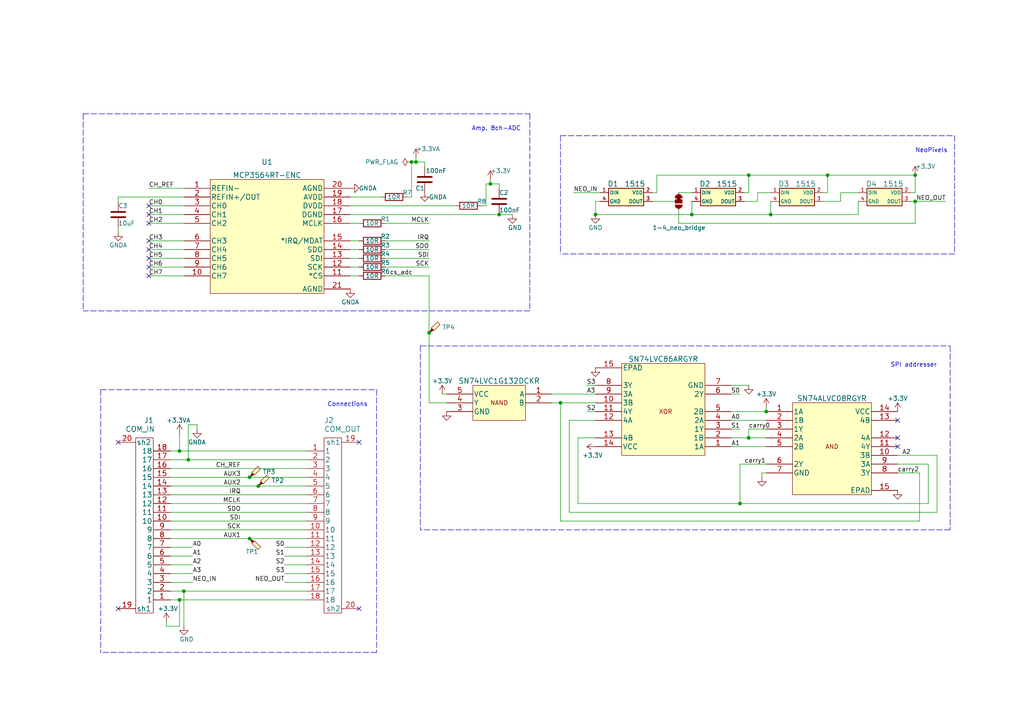
<source format=kicad_sch>
(kicad_sch (version 20211123) (generator eeschema)
  (paper "A4")
  (title_block (title "CleverHand - EMG") (date "2022-10-26") (rev "3.0") (company "Alexis Devillard"))
  (lib_symbols
    (symbol "Connector:TestPoint_Probe" (pin_numbers hide) (pin_names (offset 0.762) hide)
      (property "Reference" "TP" (at 1.651 5.842 0))
      (property "Value" "TestPoint_Probe" (at 1.651 4.064 0))
      (symbol "TestPoint_Probe_0_1"
        (polyline (pts (xy 1.27 0.762) (xy 0 0) (xy 0.762 1.27) (xy 1.27 0.762)) (fill (type outline)))
        (polyline (pts (xy 1.397 0.635) (xy 0.635 1.397) (xy 2.413 3.175) (xy 3.175 2.413) (xy 1.397 0.635)) (fill (type background)))
      )
      (symbol "TestPoint_Probe_1_1"
        (pin passive line (at 0 0 90) (length 0) (name "1") (number "1"))
      )
    )
    (symbol "Device:C" (pin_numbers hide) (pin_names (offset 0.254))
      (property "Reference" "C" (at 0.635 2.54 0))
      (property "Value" "C" (at 0.635 -2.54 0))
      (symbol "C_0_1"
        (polyline (pts (xy -2.032 -0.762) (xy 2.032 -0.762)) (stroke (width 0.508)))
        (polyline (pts (xy -2.032 0.762) (xy 2.032 0.762)) (stroke (width 0.508)))
      )
      (symbol "C_1_1"
        (pin passive line (at 0 3.81 270) (length 2.794) (name "~") (number "1"))
        (pin passive line (at 0 -3.81 90) (length 2.794) (name "~") (number "2"))
      )
    )
    (symbol "Device:R" (pin_numbers hide) (pin_names (offset 0))
      (property "Reference" "R" (at 2.032 0 90))
      (property "Value" "R" (at 0 0 90))
      (symbol "R_0_1"
        (rectangle (start -1.016 -2.54) (end 1.016 2.54) (stroke (width 0.254)))
      )
      (symbol "R_1_1"
        (pin passive line (at 0 3.81 270) (length 1.27) (name "~") (number "1"))
        (pin passive line (at 0 -3.81 90) (length 1.27) (name "~") (number "2"))
      )
    )
    (symbol "Jumper:SolderJumper_3_Bridged12" (pin_names (offset 0) hide)
      (property "Reference" "JP1" (at -2.54 1.2701 90))
      (property "Value" "1-4_neo_bridge" (at -5.08 11.43 90))
      (symbol "SolderJumper_3_Bridged12_0_1"
        (rectangle (start -1.016 0.508) (end -0.508 -0.508) (fill (type outline)))
        (arc (start -1.016 1.016) (mid -2.032 0) (end -1.016 -1.016))
        (arc (start -1.016 1.016) (mid -2.032 0) (end -1.016 -1.016) (fill (type outline)))
        (rectangle (start -0.508 1.016) (end 0.508 -1.016) (fill (type outline)))
        (polyline (pts (xy -2.54 0) (xy -2.032 0)))
        (polyline (pts (xy -1.016 1.016) (xy -1.016 -1.016)))
        (polyline (pts (xy 0 -1.27) (xy 0 -1.016)))
        (polyline (pts (xy 1.016 1.016) (xy 1.016 -1.016)))
        (polyline (pts (xy 2.54 0) (xy 2.032 0)))
        (arc (start 1.016 -1.016) (mid 2.032 0) (end 1.016 1.016))
        (arc (start 1.016 -1.016) (mid 2.032 0) (end 1.016 1.016) (fill (type outline)))
      )
      (symbol "SolderJumper_3_Bridged12_1_1"
        (pin passive line (at -2.54 0 0) (length 1.27) hide (name "A") (number "1"))
        (pin passive line (at 0 -1.27 90) (length 1.27) hide (name "C") (number "2"))
        (pin passive line (at 2.54 0 180) (length 1.27) hide (name "B") (number "3"))
      )
    )
    (symbol "MCP3564RT:MCP3564RT-ENC" (pin_names (offset 0.254))
      (property "Reference" "U" (at 8.89 3.81 0))
      (property "Value" "MCP3564RT-ENC" (at 17.78 -29.21 0))
      (symbol "MCP3564RT-ENC_1_1"
        (rectangle (start 7.62 2.54) (end 40.64 -30.48) (fill (type background)))
        (pin input line (at 0 0 0) (length 7.62) (name "REFIN-") (number "1"))
        (pin input line (at 0 -25.4 0) (length 7.62) (name "CH7") (number "10"))
        (pin input line (at 48.26 -25.4 180) (length 7.62) (name "*CS") (number "11"))
        (pin input line (at 48.26 -22.86 180) (length 7.62) (name "SCK") (number "12"))
        (pin input line (at 48.26 -20.32 180) (length 7.62) (name "SDI") (number "13"))
        (pin output line (at 48.26 -17.78 180) (length 7.62) (name "SDO") (number "14"))
        (pin output line (at 48.26 -15.24 180) (length 7.62) (name "*IRQ/MDAT") (number "15"))
        (pin bidirectional line (at 48.26 -10.16 180) (length 7.62) (name "MCLK") (number "16"))
        (pin power_in line (at 48.26 -7.62 180) (length 7.62) (name "DGND") (number "17"))
        (pin power_in line (at 48.26 -5.08 180) (length 7.62) (name "DVDD") (number "18"))
        (pin power_in line (at 48.26 -2.54 180) (length 7.62) (name "AVDD") (number "19"))
        (pin bidirectional line (at 0 -2.54 0) (length 7.62) (name "REFIN+/OUT") (number "2"))
        (pin power_in line (at 48.26 0 180) (length 7.62) (name "AGND") (number "20"))
        (pin power_in line (at 48.26 -29.21 180) (length 7.62) (name "AGND") (number "21"))
        (pin input line (at 0 -5.08 0) (length 7.62) (name "CH0") (number "3"))
        (pin input line (at 0 -7.62 0) (length 7.62) (name "CH1") (number "4"))
        (pin input line (at 0 -10.16 0) (length 7.62) (name "CH2") (number "5"))
        (pin input line (at 0 -15.24 0) (length 7.62) (name "CH3") (number "6"))
        (pin input line (at 0 -17.78 0) (length 7.62) (name "CH4") (number "7"))
        (pin input line (at 0 -20.32 0) (length 7.62) (name "CH5") (number "8"))
        (pin input line (at 0 -22.86 0) (length 7.62) (name "CH6") (number "9"))
      )
    )
    (symbol "SN74ALVC08RGYR:SN74ALVC08RGYR" (pin_names (offset 0.254))
      (property "Reference" "U" (at 8.89 3.81 0))
      (property "Value" "SN74ALVC08RGYR" (at 17.78 -25.4 0))
      (symbol "SN74ALVC08RGYR_0_0"
        (text "AND" (at 19.05 -10.16 0) (effects (font (size 1.27 1.27))))
      )
      (symbol "SN74ALVC08RGYR_1_1"
        (rectangle (start 7.62 2.54) (end 30.48 -24.13) (fill (type background)))
        (pin input line (at 0 0 0) (length 7.62) (name "1A") (number "1"))
        (pin input line (at 38.1 -12.7 180) (length 7.62) (name "3B") (number "10"))
        (pin output line (at 38.1 -10.16 180) (length 7.62) (name "4Y") (number "11"))
        (pin input line (at 38.1 -7.62 180) (length 7.62) (name "4A") (number "12"))
        (pin input line (at 38.1 -2.54 180) (length 7.62) (name "4B") (number "13"))
        (pin power_in line (at 38.1 0 180) (length 7.62) (name "VCC") (number "14"))
        (pin unspecified line (at 38.1 -22.86 180) (length 7.62) (name "EPAD") (number "15"))
        (pin input line (at 0 -2.54 0) (length 7.62) (name "1B") (number "2"))
        (pin output line (at 0 -5.08 0) (length 7.62) (name "1Y") (number "3"))
        (pin input line (at 0 -7.62 0) (length 7.62) (name "2A") (number "4"))
        (pin input line (at 0 -10.16 0) (length 7.62) (name "2B") (number "5"))
        (pin output line (at 0 -15.24 0) (length 7.62) (name "2Y") (number "6"))
        (pin power_in line (at 0 -17.78 0) (length 7.62) (name "GND") (number "7"))
        (pin output line (at 38.1 -17.78 180) (length 7.62) (name "3Y") (number "8"))
        (pin input line (at 38.1 -15.24 180) (length 7.62) (name "3A") (number "9"))
      )
    )
    (symbol "SN74LVC1G132DCKR:SN74LVC1G132DCKR" (pin_names (offset 0.254))
      (property "Reference" "U" (at 8.89 3.81 0))
      (property "Value" "SN74LVC1G132DCKR" (at 19.05 -10.16 0))
      (symbol "SN74LVC1G132DCKR_0_0"
        (text "NAND" (at 15.24 -2.54 0) (effects (font (size 1.27 1.27))))
      )
      (symbol "SN74LVC1G132DCKR_0_1"
        (rectangle (start 7.62 2.54) (end 22.86 -7.62) (fill (type background)))
      )
      (symbol "SN74LVC1G132DCKR_1_1"
        (pin input line (at 0 0 0) (length 7.62) (name "A") (number "1"))
        (pin input line (at 0 -2.54 0) (length 7.62) (name "B") (number "2"))
        (pin power_in line (at 30.48 -5.08 180) (length 7.62) (name "GND") (number "3"))
        (pin output line (at 30.48 -2.54 180) (length 7.62) (name "Y") (number "4"))
        (pin power_in line (at 30.48 0 180) (length 7.62) (name "VCC") (number "5"))
      )
    )
    (symbol "SN74LVC86ARGYR:SN74LVC86ARGYR" (pin_names (offset 0.254))
      (property "Reference" "U" (at 8.89 3.81 0))
      (property "Value" "SN74LVC86ARGYR" (at 17.78 -25.4 0))
      (symbol "SN74LVC86ARGYR_0_0"
        (text "XOR" (at 19.05 -10.16 0) (effects (font (size 1.27 1.27))))
      )
      (symbol "SN74LVC86ARGYR_1_1"
        (rectangle (start 7.62 2.54) (end 31.75 -24.13) (fill (type background)))
        (pin input line (at 0 0 0) (length 7.62) (name "1A") (number "1"))
        (pin input line (at 39.37 -12.7 180) (length 7.62) (name "3B") (number "10"))
        (pin output line (at 39.37 -10.16 180) (length 7.62) (name "4Y") (number "11"))
        (pin input line (at 39.37 -7.62 180) (length 7.62) (name "4A") (number "12"))
        (pin input line (at 39.37 -2.54 180) (length 7.62) (name "4B") (number "13"))
        (pin power_in line (at 39.37 0 180) (length 7.62) (name "VCC") (number "14"))
        (pin unspecified line (at 39.37 -22.86 180) (length 7.62) (name "EPAD") (number "15"))
        (pin input line (at 0 -2.54 0) (length 7.62) (name "1B") (number "2"))
        (pin output line (at 0 -5.08 0) (length 7.62) (name "1Y") (number "3"))
        (pin input line (at 0 -7.62 0) (length 7.62) (name "2A") (number "4"))
        (pin input line (at 0 -10.16 0) (length 7.62) (name "2B") (number "5"))
        (pin output line (at 0 -15.24 0) (length 7.62) (name "2Y") (number "6"))
        (pin power_in line (at 0 -17.78 0) (length 7.62) (name "GND") (number "7"))
        (pin output line (at 39.37 -17.78 180) (length 7.62) (name "3Y") (number "8"))
        (pin input line (at 39.37 -15.24 180) (length 7.62) (name "3A") (number "9"))
      )
    )
    (symbol "XF2J-1824-12A:XF2J-1824-12A" (pin_names (offset 0.254))
      (property "Reference" "J" (at 11.43 -24.13 0))
      (property "Value" "XF2J-1824-12A" (at 20.32 -26.67 0))
      (symbol "XF2J-1824-12A_0_1"
        (rectangle (start 5.08 3.81) (end 10.16 -46.99))
      )
      (symbol "XF2J-1824-12A_1_1"
        (pin unspecified line (at 0 0 0) (length 5.08) (name "1") (number "1"))
        (pin unspecified line (at 0 -22.86 0) (length 5.08) (name "10") (number "10"))
        (pin unspecified line (at 0 -25.4 0) (length 5.08) (name "11") (number "11"))
        (pin unspecified line (at 0 -27.94 0) (length 5.08) (name "12") (number "12"))
        (pin unspecified line (at 0 -30.48 0) (length 5.08) (name "13") (number "13"))
        (pin unspecified line (at 0 -33.02 0) (length 5.08) (name "14") (number "14"))
        (pin unspecified line (at 0 -35.56 0) (length 5.08) (name "15") (number "15"))
        (pin unspecified line (at 0 -38.1 0) (length 5.08) (name "16") (number "16"))
        (pin unspecified line (at 0 -40.64 0) (length 5.08) (name "17") (number "17"))
        (pin unspecified line (at 0 -43.18 0) (length 5.08) (name "18") (number "18"))
        (pin unspecified line (at 15.24 2.54 180) (length 5.08) (name "sh1") (number "19"))
        (pin unspecified line (at 0 -2.54 0) (length 5.08) (name "2") (number "2"))
        (pin unspecified line (at 15.24 -45.72 180) (length 5.08) (name "sh2") (number "20"))
        (pin unspecified line (at 0 -5.08 0) (length 5.08) (name "3") (number "3"))
        (pin unspecified line (at 0 -7.62 0) (length 5.08) (name "4") (number "4"))
        (pin unspecified line (at 0 -10.16 0) (length 5.08) (name "5") (number "5"))
        (pin unspecified line (at 0 -12.7 0) (length 5.08) (name "6") (number "6"))
        (pin unspecified line (at 0 -15.24 0) (length 5.08) (name "7") (number "7"))
        (pin unspecified line (at 0 -17.78 0) (length 5.08) (name "8") (number "8"))
        (pin unspecified line (at 0 -20.32 0) (length 5.08) (name "9") (number "9"))
      )
    )
    (symbol "XF2J-1824-12A_1" (pin_names (offset 0.254))
      (property "Reference" "J" (at 11.43 -24.13 0))
      (property "Value" "XF2J-1824-12A_1" (at 20.32 -26.67 0))
      (symbol "XF2J-1824-12A_1_0_1"
        (rectangle (start 5.08 3.81) (end 10.16 -46.99))
      )
      (symbol "XF2J-1824-12A_1_1_1"
        (pin unspecified line (at 0 0 0) (length 5.08) (name "1") (number "1"))
        (pin unspecified line (at 0 -22.86 0) (length 5.08) (name "10") (number "10"))
        (pin unspecified line (at 0 -25.4 0) (length 5.08) (name "11") (number "11"))
        (pin unspecified line (at 0 -27.94 0) (length 5.08) (name "12") (number "12"))
        (pin unspecified line (at 0 -30.48 0) (length 5.08) (name "13") (number "13"))
        (pin unspecified line (at 0 -33.02 0) (length 5.08) (name "14") (number "14"))
        (pin unspecified line (at 0 -35.56 0) (length 5.08) (name "15") (number "15"))
        (pin unspecified line (at 0 -38.1 0) (length 5.08) (name "16") (number "16"))
        (pin unspecified line (at 0 -40.64 0) (length 5.08) (name "17") (number "17"))
        (pin unspecified line (at 0 -43.18 0) (length 5.08) (name "18") (number "18"))
        (pin unspecified line (at 15.24 2.54 180) (length 5.08) (name "sh1") (number "19"))
        (pin unspecified line (at 0 -2.54 0) (length 5.08) (name "2") (number "2"))
        (pin unspecified line (at 15.24 -45.72 180) (length 5.08) (name "sh2") (number "20"))
        (pin unspecified line (at 0 -5.08 0) (length 5.08) (name "3") (number "3"))
        (pin unspecified line (at 0 -7.62 0) (length 5.08) (name "4") (number "4"))
        (pin unspecified line (at 0 -10.16 0) (length 5.08) (name "5") (number "5"))
        (pin unspecified line (at 0 -12.7 0) (length 5.08) (name "6") (number "6"))
        (pin unspecified line (at 0 -15.24 0) (length 5.08) (name "7") (number "7"))
        (pin unspecified line (at 0 -17.78 0) (length 5.08) (name "8") (number "8"))
        (pin unspecified line (at 0 -20.32 0) (length 5.08) (name "9") (number "9"))
      )
    )
    (symbol "neopixel_1515:1515" (pin_names (offset 0.254))
      (property "Reference" "D" (at 3.81 2.54 0))
      (property "Value" "1515" (at 10.16 2.54 0))
      (symbol "1515_0_0"
        (rectangle (start 2.54 1.27) (end 12.7 -3.81) (stroke (width 0.254)) (fill (type background)))
      )
      (symbol "1515_1_1"
        (pin input line (at 0 0 0) (length 2.54) (name "DIN") (number "1"))
        (pin power_in line (at 15.24 0 180) (length 2.54) (name "VDD") (number "2"))
        (pin output line (at 15.24 -2.54 180) (length 2.54) (name "DOUT") (number "3"))
        (pin power_in line (at 0 -2.54 0) (length 2.54) (name "GND") (number "4"))
      )
    )
    (symbol "power:+3.3V" (power) (pin_names (offset 0))
      (property "Value" "+3.3V" (at 0 3.556 0))
      (symbol "+3.3V_0_1"
        (polyline (pts (xy -0.762 1.27) (xy 0 2.54)))
        (polyline (pts (xy 0 0) (xy 0 2.54)))
        (polyline (pts (xy 0 2.54) (xy 0.762 1.27)))
      )
      (symbol "+3.3V_1_1"
        (pin power_in line (at 0 0 90) (length 0) hide (name "+3.3V") (number "1"))
      )
    )
    (symbol "power:+3.3VA" (power) (pin_names (offset 0))
      (property "Value" "+3.3VA" (at 0 3.556 0))
      (symbol "+3.3VA_0_1"
        (polyline (pts (xy -0.762 1.27) (xy 0 2.54)))
        (polyline (pts (xy 0 0) (xy 0 2.54)))
        (polyline (pts (xy 0 2.54) (xy 0.762 1.27)))
      )
      (symbol "+3.3VA_1_1"
        (pin power_in line (at 0 0 90) (length 0) hide (name "+3.3VA") (number "1"))
      )
    )
    (symbol "power:GND" (power) (pin_names (offset 0))
      (property "Value" "GND" (at 0 -3.81 0))
      (symbol "GND_0_1"
        (polyline (pts (xy 0 0) (xy 0 -1.27) (xy 1.27 -1.27) (xy 0 -2.54) (xy -1.27 -1.27) (xy 0 -1.27)))
      )
      (symbol "GND_1_1"
        (pin power_in line (at 0 0 270) (length 0) hide (name "GND") (number "1"))
      )
    )
    (symbol "power:GNDA" (power) (pin_names (offset 0))
      (property "Value" "GNDA" (at 0 -3.81 0))
      (symbol "GNDA_0_1"
        (polyline (pts (xy 0 0) (xy 0 -1.27) (xy 1.27 -1.27) (xy 0 -2.54) (xy -1.27 -1.27) (xy 0 -1.27)))
      )
      (symbol "GNDA_1_1"
        (pin power_in line (at 0 0 270) (length 0) hide (name "GNDA") (number "1"))
      )
    )
    (symbol "power:PWR_FLAG" (power) (pin_numbers hide) (pin_names (offset 0) hide)
      (property "Value" "PWR_FLAG" (at 0 3.81 0))
      (symbol "PWR_FLAG_0_0"
        (pin power_out line (at 0 0 90) (length 0) (name "pwr") (number "1"))
      )
      (symbol "PWR_FLAG_0_1"
        (polyline (pts (xy 0 0) (xy 0 1.27) (xy -1.016 1.905) (xy 0 2.54) (xy 1.016 1.905) (xy 0 1.27)))
      )
    )
  )
  (junction (at 217.17 127))
  (junction (at 144.78 62.23))
  (junction (at 172.72 62.23))
  (junction (at 222.25 119.38))
  (junction (at 214.63 146.05))
  (junction (at 223.52 62.23))
  (junction (at 200.66 62.23))
  (junction (at 265.43 58.42))
  (junction (at 162.56 116.84))
  (junction (at 72.39 156.21))
  (junction (at 124.46 96.52))
  (junction (at 53.34 171.45))
  (junction (at 217.17 50.8))
  (junction (at 52.07 173.99))
  (junction (at 119.38 46.99))
  (junction (at 265.43 50.8))
  (junction (at 72.39 138.43))
  (junction (at 52.07 130.81))
  (junction (at 142.24 53.34))
  (junction (at 54.61 133.35))
  (junction (at 120.65 46.99))
  (junction (at 74.93 140.97))
  (junction (at 240.03 50.8))
  (no_connect (at 43.18 69.85))
  (no_connect (at 43.18 72.39))
  (no_connect (at 43.18 80.01))
  (no_connect (at 43.18 59.69))
  (no_connect (at 43.18 62.23))
  (no_connect (at 43.18 64.77))
  (no_connect (at 43.18 74.93))
  (no_connect (at 43.18 77.47))
  (no_connect (at 34.29 128.27))
  (no_connect (at 104.14 176.53))
  (no_connect (at 104.14 128.27))
  (no_connect (at 34.29 176.53))
  (no_connect (at 260.35 121.92))
  (no_connect (at 260.35 129.54))
  (no_connect (at 260.35 127))
  (wire (pts (xy 82.55 163.83) (xy 88.9 163.83)))
  (wire (pts (xy 212.09 129.54) (xy 222.25 129.54)))
  (wire (pts (xy 82.55 158.75) (xy 88.9 158.75)))
  (polyline (pts (xy 121.92 100.33) (xy 275.59 100.33)))
  (wire (pts (xy 104.14 69.85) (xy 101.6 69.85)))
  (wire (pts (xy 162.56 151.13) (xy 162.56 116.84)))
  (wire (pts (xy 43.18 69.85) (xy 53.34 69.85)))
  (wire (pts (xy 165.1 121.92) (xy 172.72 121.92)))
  (wire (pts (xy 72.39 138.43) (xy 49.53 138.43)))
  (wire (pts (xy 34.29 67.31) (xy 34.29 66.04)))
  (wire (pts (xy 55.88 161.29) (xy 49.53 161.29)))
  (wire (pts (xy 222.25 134.62) (xy 214.63 134.62)))
  (wire (pts (xy 88.9 153.67) (xy 49.53 153.67)))
  (wire (pts (xy 212.09 114.3) (xy 214.63 114.3)))
  (wire (pts (xy 217.17 50.8) (xy 217.17 55.88)))
  (wire (pts (xy 128.27 114.3) (xy 129.54 114.3)))
  (wire (pts (xy 260.35 137.16) (xy 266.7 137.16)))
  (wire (pts (xy 196.85 64.77) (xy 265.43 64.77)))
  (wire (pts (xy 104.14 74.93) (xy 101.6 74.93)))
  (wire (pts (xy 214.63 146.05) (xy 269.24 146.05)))
  (wire (pts (xy 212.09 124.46) (xy 214.63 124.46)))
  (wire (pts (xy 172.72 62.23) (xy 200.66 62.23)))
  (wire (pts (xy 43.18 54.61) (xy 53.34 54.61)))
  (wire (pts (xy 219.71 58.42) (xy 219.71 55.88)))
  (wire (pts (xy 48.26 180.34) (xy 48.26 181.61)))
  (wire (pts (xy 82.55 168.91) (xy 88.9 168.91)))
  (wire (pts (xy 196.85 60.96) (xy 196.85 64.77)))
  (wire (pts (xy 43.18 64.77) (xy 53.34 64.77)))
  (polyline (pts (xy 109.22 189.23) (xy 29.21 189.23)))
  (wire (pts (xy 243.84 58.42) (xy 243.84 55.88)))
  (wire (pts (xy 53.34 57.15) (xy 34.29 57.15)))
  (wire (pts (xy 166.37 55.88) (xy 173.99 55.88)))
  (wire (pts (xy 57.15 124.46) (xy 57.15 123.19)))
  (wire (pts (xy 139.7 59.69) (xy 140.97 59.69)))
  (wire (pts (xy 189.23 58.42) (xy 195.58 58.42)))
  (wire (pts (xy 55.88 166.37) (xy 49.53 166.37)))
  (wire (pts (xy 160.02 114.3) (xy 172.72 114.3)))
  (wire (pts (xy 240.03 50.8) (xy 217.17 50.8)))
  (polyline (pts (xy 24.13 33.02) (xy 24.13 90.17)))
  (wire (pts (xy 88.9 135.89) (xy 49.53 135.89)))
  (wire (pts (xy 222.25 124.46) (xy 217.17 124.46)))
  (wire (pts (xy 111.76 72.39) (xy 124.46 72.39)))
  (wire (pts (xy 142.24 53.34) (xy 140.97 53.34)))
  (wire (pts (xy 265.43 58.42) (xy 274.32 58.42)))
  (wire (pts (xy 55.88 163.83) (xy 49.53 163.83)))
  (wire (pts (xy 269.24 134.62) (xy 260.35 134.62)))
  (wire (pts (xy 217.17 55.88) (xy 215.9 55.88)))
  (wire (pts (xy 120.65 45.72) (xy 120.65 46.99)))
  (wire (pts (xy 54.61 133.35) (xy 88.9 133.35)))
  (wire (pts (xy 88.9 148.59) (xy 49.53 148.59)))
  (wire (pts (xy 72.39 138.43) (xy 88.9 138.43)))
  (wire (pts (xy 55.88 168.91) (xy 49.53 168.91)))
  (wire (pts (xy 88.9 151.13) (xy 49.53 151.13)))
  (wire (pts (xy 215.9 58.42) (xy 219.71 58.42)))
  (wire (pts (xy 101.6 62.23) (xy 144.78 62.23)))
  (wire (pts (xy 190.5 55.88) (xy 190.5 50.8)))
  (wire (pts (xy 189.23 55.88) (xy 190.5 55.88)))
  (wire (pts (xy 269.24 146.05) (xy 269.24 134.62)))
  (wire (pts (xy 74.93 140.97) (xy 49.53 140.97)))
  (wire (pts (xy 142.24 52.07) (xy 142.24 53.34)))
  (wire (pts (xy 52.07 130.81) (xy 49.53 130.81)))
  (wire (pts (xy 49.53 173.99) (xy 52.07 173.99)))
  (wire (pts (xy 111.76 64.77) (xy 124.46 64.77)))
  (wire (pts (xy 129.54 116.84) (xy 124.46 116.84)))
  (wire (pts (xy 82.55 161.29) (xy 88.9 161.29)))
  (wire (pts (xy 49.53 156.21) (xy 72.39 156.21)))
  (wire (pts (xy 212.09 127) (xy 217.17 127)))
  (wire (pts (xy 172.72 127) (xy 167.64 127)))
  (wire (pts (xy 111.76 69.85) (xy 124.46 69.85)))
  (wire (pts (xy 144.78 53.34) (xy 144.78 54.61)))
  (wire (pts (xy 52.07 125.73) (xy 52.07 130.81)))
  (wire (pts (xy 167.64 127) (xy 167.64 146.05)))
  (wire (pts (xy 124.46 96.52) (xy 124.46 116.84)))
  (polyline (pts (xy 162.56 39.37) (xy 162.56 73.66)))
  (wire (pts (xy 200.66 62.23) (xy 200.66 58.42)))
  (wire (pts (xy 140.97 53.34) (xy 140.97 59.69)))
  (polyline (pts (xy 29.21 113.03) (xy 109.22 113.03)))
  (wire (pts (xy 101.6 80.01) (xy 104.14 80.01)))
  (wire (pts (xy 214.63 134.62) (xy 214.63 146.05)))
  (wire (pts (xy 248.92 62.23) (xy 223.52 62.23)))
  (wire (pts (xy 265.43 50.8) (xy 240.03 50.8)))
  (wire (pts (xy 172.72 119.38) (xy 170.18 119.38)))
  (wire (pts (xy 120.65 46.99) (xy 123.19 46.99)))
  (wire (pts (xy 212.09 119.38) (xy 222.25 119.38)))
  (wire (pts (xy 217.17 127) (xy 222.25 127)))
  (wire (pts (xy 54.61 123.19) (xy 54.61 133.35)))
  (wire (pts (xy 240.03 50.8) (xy 240.03 55.88)))
  (wire (pts (xy 142.24 53.34) (xy 144.78 53.34)))
  (wire (pts (xy 172.72 58.42) (xy 172.72 62.23)))
  (wire (pts (xy 88.9 130.81) (xy 52.07 130.81)))
  (polyline (pts (xy 121.92 100.33) (xy 121.92 153.67)))
  (polyline (pts (xy 153.67 90.17) (xy 24.13 90.17)))
  (wire (pts (xy 219.71 55.88) (xy 223.52 55.88)))
  (wire (pts (xy 222.25 118.11) (xy 222.25 119.38)))
  (wire (pts (xy 265.43 64.77) (xy 265.43 58.42)))
  (wire (pts (xy 200.66 62.23) (xy 223.52 62.23)))
  (polyline (pts (xy 24.13 33.02) (xy 153.67 33.02)))
  (wire (pts (xy 34.29 57.15) (xy 34.29 58.42)))
  (wire (pts (xy 104.14 72.39) (xy 101.6 72.39)))
  (wire (pts (xy 111.76 74.93) (xy 124.46 74.93)))
  (wire (pts (xy 52.07 173.99) (xy 88.9 173.99)))
  (wire (pts (xy 55.88 158.75) (xy 49.53 158.75)))
  (polyline (pts (xy 275.59 100.33) (xy 275.59 153.67)))
  (wire (pts (xy 110.49 57.15) (xy 101.6 57.15)))
  (polyline (pts (xy 276.86 73.66) (xy 162.56 73.66)))
  (wire (pts (xy 264.16 58.42) (xy 265.43 58.42)))
  (wire (pts (xy 260.35 132.08) (xy 271.78 132.08)))
  (polyline (pts (xy 109.22 113.03) (xy 109.22 189.23)))
  (wire (pts (xy 118.11 57.15) (xy 119.38 57.15)))
  (wire (pts (xy 82.55 166.37) (xy 88.9 166.37)))
  (wire (pts (xy 243.84 55.88) (xy 248.92 55.88)))
  (wire (pts (xy 88.9 146.05) (xy 49.53 146.05)))
  (wire (pts (xy 123.19 48.26) (xy 123.19 46.99)))
  (wire (pts (xy 238.76 58.42) (xy 243.84 58.42)))
  (wire (pts (xy 165.1 148.59) (xy 165.1 121.92)))
  (wire (pts (xy 48.26 181.61) (xy 52.07 181.61)))
  (wire (pts (xy 162.56 151.13) (xy 266.7 151.13)))
  (wire (pts (xy 212.09 121.92) (xy 222.25 121.92)))
  (wire (pts (xy 222.25 137.16) (xy 220.98 137.16)))
  (wire (pts (xy 190.5 50.8) (xy 217.17 50.8)))
  (wire (pts (xy 43.18 62.23) (xy 53.34 62.23)))
  (wire (pts (xy 119.38 46.99) (xy 120.65 46.99)))
  (wire (pts (xy 266.7 137.16) (xy 266.7 151.13)))
  (polyline (pts (xy 162.56 39.37) (xy 276.86 39.37)))
  (wire (pts (xy 167.64 146.05) (xy 214.63 146.05)))
  (wire (pts (xy 53.34 171.45) (xy 88.9 171.45)))
  (wire (pts (xy 217.17 124.46) (xy 217.17 127)))
  (polyline (pts (xy 153.67 33.02) (xy 153.67 90.17)))
  (wire (pts (xy 43.18 59.69) (xy 53.34 59.69)))
  (wire (pts (xy 264.16 55.88) (xy 265.43 55.88)))
  (wire (pts (xy 160.02 116.84) (xy 162.56 116.84)))
  (wire (pts (xy 74.93 140.97) (xy 88.9 140.97)))
  (wire (pts (xy 220.98 137.16) (xy 220.98 138.43)))
  (wire (pts (xy 53.34 171.45) (xy 53.34 181.61)))
  (wire (pts (xy 43.18 74.93) (xy 53.34 74.93)))
  (wire (pts (xy 173.99 58.42) (xy 172.72 58.42)))
  (polyline (pts (xy 29.21 113.03) (xy 29.21 189.23)))
  (wire (pts (xy 88.9 143.51) (xy 49.53 143.51)))
  (wire (pts (xy 223.52 58.42) (xy 223.52 62.23)))
  (wire (pts (xy 248.92 58.42) (xy 248.92 62.23)))
  (wire (pts (xy 238.76 55.88) (xy 240.03 55.88)))
  (wire (pts (xy 104.14 64.77) (xy 101.6 64.77)))
  (polyline (pts (xy 276.86 39.37) (xy 276.86 73.66)))
  (wire (pts (xy 217.17 111.76) (xy 212.09 111.76)))
  (wire (pts (xy 52.07 181.61) (xy 52.07 173.99)))
  (wire (pts (xy 165.1 148.59) (xy 271.78 148.59)))
  (wire (pts (xy 265.43 50.8) (xy 265.43 55.88)))
  (wire (pts (xy 54.61 133.35) (xy 49.53 133.35)))
  (wire (pts (xy 119.38 46.99) (xy 119.38 57.15)))
  (wire (pts (xy 43.18 72.39) (xy 53.34 72.39)))
  (polyline (pts (xy 275.59 153.67) (xy 121.92 153.67)))
  (wire (pts (xy 148.59 62.23) (xy 144.78 62.23)))
  (wire (pts (xy 53.34 171.45) (xy 49.53 171.45)))
  (wire (pts (xy 43.18 80.01) (xy 53.34 80.01)))
  (wire (pts (xy 162.56 116.84) (xy 172.72 116.84)))
  (wire (pts (xy 124.46 80.01) (xy 124.46 96.52)))
  (wire (pts (xy 111.76 77.47) (xy 124.46 77.47)))
  (wire (pts (xy 88.9 156.21) (xy 72.39 156.21)))
  (wire (pts (xy 104.14 77.47) (xy 101.6 77.47)))
  (wire (pts (xy 57.15 123.19) (xy 54.61 123.19)))
  (wire (pts (xy 271.78 132.08) (xy 271.78 148.59)))
  (wire (pts (xy 101.6 59.69) (xy 132.08 59.69)))
  (wire (pts (xy 124.46 80.01) (xy 111.76 80.01)))
  (wire (pts (xy 172.72 111.76) (xy 170.18 111.76)))
  (wire (pts (xy 196.85 55.88) (xy 200.66 55.88)))
  (wire (pts (xy 43.18 77.47) (xy 53.34 77.47)))
  (text "Connections" (at 106.68 118.11 180) (effects (font (size 1.27 1.27)) (justify right bottom)))
  (text "SPI addresser" (at 271.78 106.68 180) (effects (font (size 1.27 1.27)) (justify right bottom)))
  (text "Amp. 8ch-ADC" (at 151.13 38.1 180) (effects (font (size 1.27 1.27)) (justify right bottom)))
  (text "NeoPixels" (at 265.43 44.45 0) (effects (font (size 1.27 1.27)) (justify left bottom)))
  (label "A1" (at 55.88 161.29 0))
  (label "IRQ" (at 124.46 69.85 180))
  (label "A3" (at 170.18 114.3 0))
  (label "S0" (at 82.55 158.75 180))
  (label "CH1" (at 43.18 62.23 0))
  (label "CH2" (at 43.18 64.77 0))
  (label "S2" (at 82.55 163.83 180))
  (label "NEO_IN" (at 55.88 168.91 0))
  (label "CH5" (at 43.18 74.93 0))
  (label "CH_REF" (at 69.85 135.89 180))
  (label "IRQ" (at 69.85 143.51 180))
  (label "CH7" (at 43.18 80.01 0))
  (label "SCK" (at 124.46 77.47 180))
  (label "carry1" (at 215.9 134.62 0))
  (label "AUX2" (at 69.85 140.97 180))
  (label "A2" (at 55.88 163.83 0))
  (label "NEO_OUT" (at 274.32 58.42 180))
  (label "A3" (at 55.88 166.37 0))
  (label "NEO_IN" (at 166.37 55.88 0))
  (label "S3" (at 170.18 111.76 0))
  (label "SDO" (at 69.85 148.59 180))
  (label "A0" (at 55.88 158.75 0))
  (label "SCK" (at 69.85 153.67 180))
  (label "A0" (at 214.63 121.92 180))
  (label "carry2" (at 260.35 137.16 0))
  (label "S3" (at 82.55 166.37 180))
  (label "AUX1" (at 69.85 156.21 180))
  (label "SDO" (at 124.46 72.39 180))
  (label "S1" (at 82.55 161.29 180))
  (label "CH4" (at 43.18 72.39 0))
  (label "CH_REF" (at 43.18 54.61 0))
  (label "A1" (at 214.63 129.54 180))
  (label "SDI" (at 69.85 151.13 180))
  (label "S0" (at 214.63 114.3 180))
  (label "SDI" (at 124.46 74.93 180))
  (label "CH6" (at 43.18 77.47 0))
  (label "cs_adc" (at 113.03 80.01 0))
  (label "MCLK" (at 69.85 146.05 180))
  (label "S2" (at 170.18 119.38 0))
  (label "CH3" (at 43.18 69.85 0))
  (label "carry0" (at 217.17 124.46 0))
  (label "NEO_OUT" (at 82.55 168.91 180))
  (label "AUX3" (at 69.85 138.43 180))
  (label "A2" (at 264.16 132.08 180))
  (label "MCLK" (at 124.46 64.77 180))
  (label "CH0" (at 43.18 59.69 0))
  (label "S1" (at 214.63 124.46 180))
  (symbol (lib_id "Connector:TestPoint_Probe") (at 72.39 138.43 0) (unit 1)
    (property "Reference" "TP3" (at 76.2 136.8424 0) (effects (justify left)))
    (property "Value" "TestPoint_Probe" (effects hide))
    (property "Footprint" "TestPoint:TestPoint_Pad_D1.0mm" (effects hide))
  )
  (symbol (lib_id "SN74LVC1G132DCKR:SN74LVC1G132DCKR") (at 160.02 114.3 0) (mirror y) (unit 1)
    (property "Reference" "U5" (effects hide))
    (property "Value" "SN74LVC1G132DCKR" (at 144.78 110.49 0) (effects (font (size 1.524 1.524))))
    (property "Footprint" "00_Custom:SN74LVC1G132DCKR" (effects hide))
  )
  (symbol (lib_id "power:GND") (at 172.72 62.23 0) (unit 1)
    (property "Reference" "#PWR0106" (effects hide))
    (property "Value" "GND" (at 172.72 66.04 0))
  )
  (symbol (lib_id "power:GND") (at 217.17 111.76 0) (unit 1)
    (property "Reference" "#PWR0103" (effects hide))
    (property "Value" "GND" (effects hide))
  )
  (symbol (lib_id "Device:R") (at 107.95 74.93 90) (unit 1)
    (property "Reference" "R4" (at 111.76 73.66 90))
    (property "Value" "10R" (at 107.95 74.93 90))
    (property "Footprint" "Resistor_SMD:R_0402_1005Metric" (effects hide))
  )
  (symbol (lib_id "power:+3.3V") (at 222.25 118.11 0) (unit 1)
    (property "Reference" "#PWR0102" (effects hide))
    (property "Value" "+3.3V" (at 222.25 114.3 0))
  )
  (symbol (lib_id "neopixel_1515:1515") (at 200.66 55.88 0) (unit 1)
    (property "Reference" "D2" (at 204.47 53.34 0) (effects (font (size 1.524 1.524))))
    (property "Value" "1515" (at 210.82 53.34 0) (effects (font (size 1.524 1.524))))
    (property "Footprint" "00_Custom:neopixel_1515" (effects hide))
  )
  (symbol (lib_id "power:GND") (at 172.72 106.68 0) (unit 1)
    (property "Reference" "#PWR0113" (effects hide))
    (property "Value" "GND" (effects hide))
  )
  (symbol (lib_id "Device:R") (at 114.3 57.15 90) (unit 1)
    (property "Reference" "R7" (at 118.11 55.88 90))
    (property "Value" "10R" (at 114.3 57.15 90))
    (property "Footprint" "Resistor_SMD:R_0402_1005Metric" (effects hide))
  )
  (symbol (lib_id "Device:C") (at 144.78 58.42 0) (unit 1)
    (property "Reference" "C2" (at 144.78 55.88 0) (effects (justify left)))
    (property "Value" "100nF" (at 144.78 60.96 0) (effects (justify left)))
    (property "Footprint" "Capacitor_SMD:C_0402_1005Metric" (effects hide))
  )
  (symbol (lib_id "power:+3.3VA") (at 52.07 125.73 0) (unit 1)
    (property "Reference" "#PWR0121" (effects hide))
    (property "Value" "+3.3VA" (at 48.26 121.92 0) (effects (justify left)))
  )
  (symbol (lib_id "XF2J-1824-12A:XF2J-1824-12A") (at 49.53 173.99 180) (unit 1)
    (property "Reference" "J1" (at 43.18 121.92 0) (effects (font (size 1.524 1.524))))
    (property "Value" "COM_IN" (at 40.64 124.46 0) (effects (font (size 1.524 1.524))))
    (property "Footprint" "00_Custom:XF2J-1824-12A" (effects hide))
  )
  (symbol (lib_id "power:+3.3V") (at 265.43 50.8 0) (unit 1)
    (property "Reference" "#PWR0105" (effects hide))
    (property "Value" "+3.3V" (at 265.43 48.26 0) (effects (justify left)))
  )
  (symbol (lib_id "Connector:TestPoint_Probe") (at 74.93 140.97 0) (unit 1)
    (property "Reference" "TP2" (at 78.74 139.3824 0) (effects (justify left)))
    (property "Value" "TestPoint_Probe" (effects hide))
    (property "Footprint" "TestPoint:TestPoint_Pad_D1.0mm" (effects hide))
  )
  (symbol (lib_id "Connector:TestPoint_Probe") (at 124.46 96.52 0) (unit 1)
    (property "Reference" "TP4" (at 128.27 94.9324 0) (effects (justify left)))
    (property "Value" "TestPoint_Probe" (effects hide))
    (property "Footprint" "TestPoint:TestPoint_Pad_D1.0mm" (effects hide))
  )
  (symbol (lib_id "power:PWR_FLAG") (at 119.38 46.99 90) (unit 1)
    (property "Reference" "#FLG0101" (effects hide))
    (property "Value" "PWR_FLAG" (at 115.57 46.9899 90) (effects (justify left)))
  )
  (symbol (lib_id "power:GNDA") (at 34.29 67.31 0) (unit 1)
    (property "Reference" "#PWR01" (effects hide))
    (property "Value" "GNDA" (at 34.29 71.12 0))
  )
  (symbol (lib_id "MCP3564RT:MCP3564RT-ENC") (at 53.34 54.61 0) (unit 1)
    (property "Reference" "U1" (at 77.47 46.99 0) (effects (font (size 1.524 1.524))))
    (property "Value" "MCP3564RT-ENC" (at 77.47 50.8 0) (effects (font (size 1.524 1.524))))
    (property "Footprint" "00_Custom:MCP3564RT-E&slash_NC" (effects hide))
  )
  (symbol (lib_id "power:GNDA") (at 101.6 83.82 0) (unit 1)
    (property "Reference" "#PWR0110" (effects hide))
    (property "Value" "GNDA" (at 101.6 87.63 0))
  )
  (symbol (lib_id "power:+3.3V") (at 172.72 129.54 90) (unit 1)
    (property "Reference" "#PWR0104" (effects hide))
    (property "Value" "+3.3V" (at 168.91 132.08 90) (effects (justify right)))
  )
  (symbol (lib_id "power:+3.3V") (at 48.26 180.34 0) (unit 1)
    (property "Reference" "#PWR0118" (effects hide))
    (property "Value" "+3.3V" (at 45.72 176.53 0) (effects (justify left)))
  )
  (symbol (lib_id "power:GNDA") (at 123.19 55.88 0) (unit 1)
    (property "Reference" "#PWR0115" (effects hide))
    (property "Value" "GNDA" (at 127 57.15 0))
  )
  (symbol (lib_id "neopixel_1515:1515") (at 173.99 55.88 0) (unit 1)
    (property "Reference" "D1" (at 177.8 53.34 0) (effects (font (size 1.524 1.524))))
    (property "Value" "1515" (at 184.15 53.34 0) (effects (font (size 1.524 1.524))))
    (property "Footprint" "00_Custom:neopixel_1515" (effects hide))
  )
  (symbol (lib_id "neopixel_1515:1515") (at 223.52 55.88 0) (unit 1)
    (property "Reference" "D3" (at 227.33 53.34 0) (effects (font (size 1.524 1.524))))
    (property "Value" "1515" (at 233.68 53.34 0) (effects (font (size 1.524 1.524))))
    (property "Footprint" "00_Custom:neopixel_1515" (effects hide))
  )
  (symbol (lib_id "power:GND") (at 53.34 181.61 0) (unit 1)
    (property "Reference" "#PWR0119" (effects hide))
    (property "Value" "GND" (at 52.07 185.42 0) (effects (justify left)))
  )
  (symbol (lib_id "power:GNDA") (at 57.15 124.46 0) (unit 1)
    (property "Reference" "#PWR0120" (effects hide))
    (property "Value" "GNDA" (at 57.15 128.27 0))
  )
  (symbol (lib_id "power:GNDA") (at 101.6 54.61 90) (unit 1)
    (property "Reference" "#PWR0117" (effects hide))
    (property "Value" "GNDA" (at 106.68 54.61 90))
  )
  (symbol (lib_id "Connector:TestPoint_Probe") (at 72.39 156.21 0) (mirror x) (unit 1)
    (property "Reference" "TP1" (at 74.93 160.02 0) (effects (justify right)))
    (property "Value" "TestPoint_Probe" (effects hide))
    (property "Footprint" "TestPoint:TestPoint_Pad_D1.0mm" (effects hide))
  )
  (symbol (lib_id "power:+3.3V") (at 142.24 52.07 0) (unit 1)
    (property "Reference" "#PWR0112" (effects hide))
    (property "Value" "+3.3V" (at 142.24 49.53 0) (effects (justify left)))
  )
  (symbol (lib_id "power:+3.3V") (at 260.35 119.38 0) (unit 1)
    (property "Reference" "#PWR0101" (effects hide))
    (property "Value" "+3.3V" (at 260.35 115.57 0))
  )
  (symbol (lib_id "SN74ALVC08RGYR:SN74ALVC08RGYR") (at 222.25 119.38 0) (unit 1)
    (property "Reference" "U4" (effects hide))
    (property "Value" "SN74ALVC08RGYR" (at 241.3 115.57 0) (effects (font (size 1.524 1.524))))
    (property "Footprint" "00_Custom:SN74ALVC08RGYR" (effects hide))
  )
  (symbol (lib_id "power:GND") (at 148.59 62.23 0) (unit 1)
    (property "Reference" "#PWR0116" (effects hide))
    (property "Value" "GND" (at 147.32 66.04 0) (effects (justify left)))
  )
  (symbol (lib_name "XF2J-1824-12A_1") (lib_id "XF2J-1824-12A:XF2J-1824-12A") (at 88.9 130.81 0) (unit 1)
    (property "Reference" "J2" (at 93.98 121.92 0) (effects (font (size 1.524 1.524)) (justify left)))
    (property "Value" "COM_OUT" (at 93.98 124.46 0) (effects (font (size 1.524 1.524)) (justify left)))
    (property "Footprint" "00_Custom:XF2J-1824-12A" (effects hide))
  )
  (symbol (lib_id "Device:R") (at 107.95 72.39 90) (unit 1)
    (property "Reference" "R3" (at 111.76 71.12 90))
    (property "Value" "10R" (at 107.95 72.39 90))
    (property "Footprint" "Resistor_SMD:R_0402_1005Metric" (effects hide))
  )
  (symbol (lib_id "Device:C") (at 123.19 52.07 180) (unit 1)
    (property "Reference" "C1" (at 123.19 54.61 0) (effects (justify left)))
    (property "Value" "100nF" (at 129.54 49.53 0) (effects (justify left)))
    (property "Footprint" "Capacitor_SMD:C_0402_1005Metric" (effects hide))
  )
  (symbol (lib_id "power:GND") (at 129.54 119.38 0) (unit 1)
    (property "Reference" "#PWR0108" (effects hide))
    (property "Value" "GND" (effects hide))
  )
  (symbol (lib_id "power:+3.3V") (at 128.27 114.3 0) (unit 1)
    (property "Reference" "#PWR0107" (effects hide))
    (property "Value" "+3.3V" (at 128.27 110.49 0))
  )
  (symbol (lib_id "Device:R") (at 107.95 77.47 90) (unit 1)
    (property "Reference" "R5" (at 111.76 76.2 90))
    (property "Value" "10R" (at 107.95 77.47 90))
    (property "Footprint" "Resistor_SMD:R_0402_1005Metric" (effects hide))
  )
  (symbol (lib_id "Device:R") (at 107.95 80.01 90) (unit 1)
    (property "Reference" "R6" (at 111.76 78.74 90))
    (property "Value" "10R" (at 107.95 80.01 90))
    (property "Footprint" "Resistor_SMD:R_0402_1005Metric" (effects hide))
  )
  (symbol (lib_id "power:GND") (at 260.35 142.24 0) (unit 1)
    (property "Reference" "#PWR0114" (effects hide))
    (property "Value" "GND" (effects hide))
  )
  (symbol (lib_id "Device:R") (at 107.95 69.85 90) (unit 1)
    (property "Reference" "R2" (at 111.76 68.58 90))
    (property "Value" "10R" (at 107.95 69.85 90))
    (property "Footprint" "Resistor_SMD:R_0402_1005Metric" (effects hide))
  )
  (symbol (lib_id "Device:R") (at 135.89 59.69 90) (unit 1)
    (property "Reference" "R8" (at 139.7 58.42 90))
    (property "Value" "10R" (at 135.89 59.69 90))
    (property "Footprint" "Resistor_SMD:R_0402_1005Metric" (effects hide))
  )
  (symbol (lib_id "power:GND") (at 220.98 138.43 0) (unit 1)
    (property "Reference" "#PWR0109" (effects hide))
    (property "Value" "GND" (effects hide))
  )
  (symbol (lib_id "Device:R") (at 107.95 64.77 90) (unit 1)
    (property "Reference" "R1" (at 111.76 63.5 90))
    (property "Value" "10R" (at 107.95 64.77 90))
    (property "Footprint" "Resistor_SMD:R_0402_1005Metric" (effects hide))
  )
  (symbol (lib_id "Jumper:SolderJumper_3_Bridged12") (at 196.85 58.42 270) (unit 1)
    (property "Reference" "JP1" (effects hide))
    (property "Value" "1-4_neo_bridge" (at 189.23 66.04 90) (effects (justify left)))
    (property "Footprint" "Jumper:SolderJumper-3_P1.3mm_Bridged12_RoundedPad1.0x1.5mm_NumberLabels" (effects hide))
  )
  (symbol (lib_id "Device:C") (at 34.29 62.23 0) (unit 1)
    (property "Reference" "C3" (at 34.29 59.69 0) (effects (justify left)))
    (property "Value" "10uF" (at 34.29 64.77 0) (effects (justify left)))
    (property "Footprint" "Capacitor_SMD:C_0402_1005Metric" (effects hide))
  )
  (symbol (lib_id "power:+3.3VA") (at 120.65 45.72 0) (unit 1)
    (property "Reference" "#PWR0111" (effects hide))
    (property "Value" "+3.3VA" (at 120.65 43.18 0) (effects (justify left)))
  )
  (symbol (lib_id "SN74LVC86ARGYR:SN74LVC86ARGYR") (at 212.09 129.54 180) (unit 1)
    (property "Reference" "U2" (effects hide))
    (property "Value" "SN74LVC86ARGYR" (at 192.405 104.14 0) (effects (font (size 1.524 1.524))))
    (property "Footprint" "00_Custom:SN74LVC86ARGYR" (effects hide))
  )
  (symbol (lib_id "neopixel_1515:1515") (at 248.92 55.88 0) (unit 1)
    (property "Reference" "D4" (at 252.73 53.34 0) (effects (font (size 1.524 1.524))))
    (property "Value" "1515" (at 259.08 53.34 0) (effects (font (size 1.524 1.524))))
    (property "Footprint" "00_Custom:neopixel_1515" (effects hide))
  )
)
</source>
